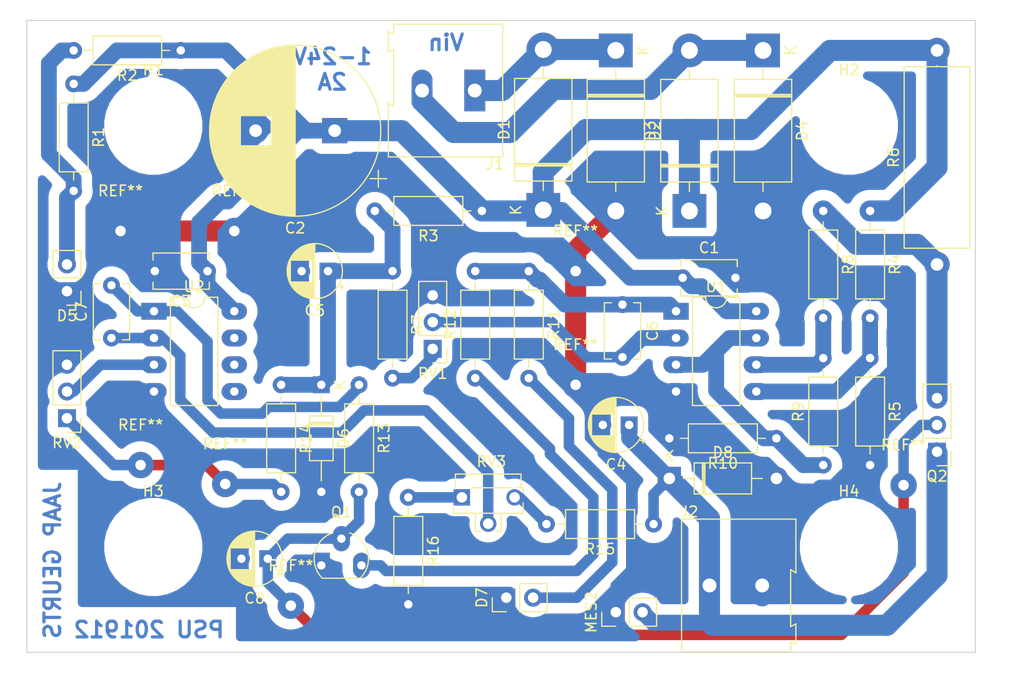
<source format=kicad_pcb>
(kicad_pcb (version 20171130) (host pcbnew 5.1.5-5.1.5)
  (layers (0 F.Cu signal) (31 B.Cu signal) (34 B.Paste user) (35 F.Paste user) (36 B.SilkS user) (37 F.SilkS user hide) (38 B.Mask user) (39 F.Mask user) (44 Edge.Cuts user))
  (net 0 "")
  (net 1 "Net-(D1-Pad2)")
  (net 2 +VDC)
  (net 3 GND)
  (net 4 "Net-(D3-Pad2)")
  (net 5 "Net-(D5-Pad2)")
  (net 6 "Net-(C5-Pad1)")
  (net 7 "Net-(D7-Pad2)")
  (net 8 "Net-(C4-Pad1)")
  (net 9 "Net-(Q1-Pad3)")
  (net 10 "Net-(R4-Pad2)")
  (net 11 "Net-(Q2-Pad3)")
  (net 12 "Net-(R7-Pad2)")
  (net 13 "Net-(R8-Pad2)")
  (net 14 "Net-(R10-Pad1)")
  (net 15 "Net-(R14-Pad2)")
  (net 16 "Net-(R15-Pad2)")
  (net 17 "Net-(R16-Pad1)")
  (net 18 "Net-(RV2-Pad2)")
  (net 19 "Net-(C6-Pad2)")
  (net 20 "Net-(C6-Pad1)")
  (net 21 "Net-(C7-Pad2)")
  (net 22 "Net-(C7-Pad1)")
  (net 23 "Net-(C8-Pad1)")
  (module Connector_Wire:SolderWirePad_1x01_Drill1mm (layer F.Cu) (at 123.825 120.015)
    (fp_text reference REF** (at 0 -3.81) (layer F.SilkS))
    (fp_text value SolderWirePad_1x01_Drill1mm)
    (pad 1 thru_hole circle (at 0 0) (size 2.49936 2.49936) (drill 1.00076) (layers *.Cu *.Mask) (net 15 "Net-(R14-Pad2)"))
  )
  (module Connector_Wire:SolderWirePad_1x01_Drill1mm (layer F.Cu) (at 115.795 118.22)
    (fp_text reference REF** (at 0 -3.81) (layer F.SilkS))
    (fp_text value SolderWirePad_1x01_Drill1mm)
    (pad 1 thru_hole circle (at 0 0) (size 2.49936 2.49936) (drill 1.00076) (layers *.Cu *.Mask) (net 15 "Net-(R14-Pad2)"))
  )
  (module Connector_Wire:SolderWirePad_1x01_Drill1mm (layer F.Cu) (at 157.07 110.6)
    (fp_text reference REF** (at 0 -3.81) (layer F.SilkS))
    (fp_text value SolderWirePad_1x01_Drill1mm)
    (pad 1 thru_hole circle (at 0 0) (size 2.49936 2.49936) (drill 1.00076) (layers *.Cu *.Mask) (net 3 GND))
  )
  (module Connector_Wire:SolderWirePad_1x01_Drill1mm (layer F.Cu) (at 157.07 99.805)
    (fp_text reference REF** (at 0 -3.81) (layer F.SilkS))
    (fp_text value SolderWirePad_1x01_Drill1mm)
    (pad 1 thru_hole circle (at 0 0) (size 2.49936 2.49936) (drill 1.00076) (layers *.Cu *.Mask) (net 3 GND))
  )
  (module Connector_Wire:SolderWirePad_1x01_Drill1mm (layer F.Cu) (at 124.685 95.995)
    (fp_text reference REF** (at 0 -3.81) (layer F.SilkS))
    (fp_text value SolderWirePad_1x01_Drill1mm)
    (pad 1 thru_hole circle (at 0 0) (size 2.49936 2.49936) (drill 1.00076) (layers *.Cu *.Mask) (net 3 GND))
  )
  (module Connector_Wire:SolderWirePad_1x01_Drill1mm (layer F.Cu) (at 113.89 95.995)
    (fp_text reference REF** (at 0 -3.81) (layer F.SilkS))
    (fp_text value SolderWirePad_1x01_Drill1mm)
    (pad 1 thru_hole circle (at 0 0) (size 2.49936 2.49936) (drill 1.00076) (layers *.Cu *.Mask) (net 3 GND))
  )
  (module Connector_Wire:SolderWirePad_1x01_Drill1mm (layer F.Cu) (at 188.185 120.125)
    (fp_text reference REF** (at 0 -3.81) (layer F.SilkS))
    (fp_text value SolderWirePad_1x01_Drill1mm)
    (pad 1 thru_hole circle (at 0 0) (size 2.49936 2.49936) (drill 1.00076) (layers *.Cu *.Mask) (net 23 "Net-(C8-Pad1)"))
  )
  (module Connector_Wire:SolderWirePad_1x01_Drill1mm (layer F.Cu) (at 130.048 131.572)
    (fp_text reference REF** (at 0 -3.81) (layer F.SilkS))
    (fp_text value SolderWirePad_1x01_Drill1mm)
    (pad 1 thru_hole circle (at 0 0) (size 2.49936 2.49936) (drill 1.00076) (layers *.Cu *.Mask) (net 23 "Net-(C8-Pad1)"))
  )
  (module Diode_THT:D_DO-41_SOD81_P10.16mm_Horizontal (layer F.Cu) (at 165.96 119.49)
    (fp_text reference D8 (at 5.08 -2.47) (layer F.SilkS))
    (fp_text value 1N4001)
    (fp_text user K (at 0 -2.1) (layer F.SilkS))
    (pad 2 thru_hole oval (at 10.16 0) (size 2.2 2.2) (drill 1.1) (layers *.Cu *.Mask) (net 3 GND))
    (pad 1 thru_hole rect (at 0 0) (size 2.2 2.2) (drill 1.1) (layers *.Cu *.Mask) (net 8 "Net-(C4-Pad1)"))
  )
  (module Resistor_THT:R_Axial_DIN0207_L6.3mm_D2.5mm_P10.16mm_Horizontal (layer F.Cu) (at 141.195 121.285 270)
    (fp_text reference R16 (at 5.08 -2.37 90) (layer F.SilkS))
    (fp_text value 3k3)
    (pad 2 thru_hole oval (at 10.16 0 270) (size 1.6 1.6) (drill 0.8) (layers *.Cu *.Mask) (net 3 GND))
    (pad 1 thru_hole circle (at 0 0 270) (size 1.6 1.6) (drill 0.8) (layers *.Cu *.Mask) (net 17 "Net-(R16-Pad1)"))
  )
  (module Connector_PinHeader_2.54mm:PinHeader_1x03_P2.54mm_Vertical (layer F.Cu) (at 191.36 116.95 180)
    (fp_text reference Q2 (at 0 -2.33) (layer F.SilkS))
    (fp_text value TIP142)
    (pad 3 thru_hole oval (at 0 5.08 180) (size 1.7 1.7) (drill 1) (layers *.Cu *.Mask) (net 11 "Net-(Q2-Pad3)"))
    (pad 2 thru_hole oval (at 0 2.54 180) (size 1.7 1.7) (drill 1) (layers *.Cu *.Mask) (net 23 "Net-(C8-Pad1)"))
    (pad 1 thru_hole rect (at 0 0 180) (size 1.7 1.7) (drill 1) (layers *.Cu *.Mask) (net 8 "Net-(C4-Pad1)"))
  )
  (module Connector_PinHeader_2.54mm:PinHeader_1x02_P2.54mm_Vertical (layer F.Cu) (at 160.88 132.19 90)
    (fp_text reference MES2 (at 0 -2.33 90) (layer F.SilkS))
    (fp_text value Voltmeter_DC)
    (pad 2 thru_hole oval (at 0 2.54 90) (size 1.7 1.7) (drill 1) (layers *.Cu *.Mask) (net 8 "Net-(C4-Pad1)"))
    (pad 1 thru_hole rect (at 0 0 90) (size 1.7 1.7) (drill 1) (layers *.Cu *.Mask) (net 3 GND))
  )
  (module Connector_PinHeader_2.54mm:PinHeader_1x02_P2.54mm_Vertical (layer F.Cu) (at 150.495 130.81 90)
    (fp_text reference D7 (at 0 -2.33 90) (layer F.SilkS))
    (fp_text value "Red LED")
    (pad 2 thru_hole oval (at 0 2.54 90) (size 1.7 1.7) (drill 1) (layers *.Cu *.Mask) (net 7 "Net-(D7-Pad2)"))
    (pad 1 thru_hole rect (at 0 0 90) (size 1.7 1.7) (drill 1) (layers *.Cu *.Mask) (net 3 GND))
  )
  (module Connector_PinHeader_2.54mm:PinHeader_1x02_P2.54mm_Vertical (layer F.Cu) (at 108.81 101.71 180)
    (fp_text reference D5 (at 0 -2.33) (layer F.SilkS))
    (fp_text value "Green LED")
    (pad 2 thru_hole oval (at 0 2.54 180) (size 1.7 1.7) (drill 1) (layers *.Cu *.Mask) (net 5 "Net-(D5-Pad2)"))
    (pad 1 thru_hole rect (at 0 0 180) (size 1.7 1.7) (drill 1) (layers *.Cu *.Mask) (net 3 GND))
  )
  (module MountingHole:MountingHole_4.3mm_M4 (layer F.Cu) (at 183 126)
    (fp_text reference H4 (at 0 -5.3) (layer F.SilkS))
    (fp_text value MountingHole)
    (pad "" np_thru_hole circle (at 0 0) (size 4.3 4.3) (drill 4.3) (layers *.Cu *.Mask) (clearance 2.5))
  )
  (module MountingHole:MountingHole_4.3mm_M4 (layer F.Cu) (at 117 126)
    (fp_text reference H3 (at 0 -5.3) (layer F.SilkS))
    (fp_text value MountingHole)
    (pad "" np_thru_hole circle (at 0 0) (size 4.3 4.3) (drill 4.3) (layers *.Cu *.Mask) (clearance 2.5))
  )
  (module MountingHole:MountingHole_4.3mm_M4 (layer F.Cu) (at 183 86)
    (fp_text reference H2 (at 0 -5.3) (layer F.SilkS))
    (fp_text value MountingHole)
    (pad 1 np_thru_hole circle (at 0 0) (size 4.3 4.3) (drill 4.3) (layers *.Cu *.Mask))
  )
  (module MountingHole:MountingHole_4.3mm_M4 (layer F.Cu) (at 117 86)
    (fp_text reference H1 (at 0 -5.3) (layer F.SilkS))
    (fp_text value MountingHole)
    (pad "" np_thru_hole circle (at 0 0) (size 4.3 4.3) (drill 4.3) (layers *.Cu *.Mask) (clearance 2.5))
  )
  (module Package_DIP:DIP-8_W7.62mm_LongPads (layer F.Cu) (at 117.065 103.615)
    (fp_text reference U2 (at 3.81 -2.33) (layer F.SilkS))
    (fp_text value LM358)
    (pad 8 thru_hole oval (at 7.62 0) (size 2.4 1.6) (drill 0.8) (layers *.Cu *.Mask) (net 2 +VDC))
    (pad 4 thru_hole oval (at 0 7.62) (size 2.4 1.6) (drill 0.8) (layers *.Cu *.Mask) (net 3 GND))
    (pad 7 thru_hole oval (at 7.62 2.54) (size 2.4 1.6) (drill 0.8) (layers *.Cu *.Mask))
    (pad 3 thru_hole oval (at 0 5.08) (size 2.4 1.6) (drill 0.8) (layers *.Cu *.Mask) (net 18 "Net-(RV2-Pad2)"))
    (pad 6 thru_hole oval (at 7.62 5.08) (size 2.4 1.6) (drill 0.8) (layers *.Cu *.Mask))
    (pad 2 thru_hole oval (at 0 2.54) (size 2.4 1.6) (drill 0.8) (layers *.Cu *.Mask) (net 22 "Net-(C7-Pad1)"))
    (pad 5 thru_hole oval (at 7.62 7.62) (size 2.4 1.6) (drill 0.8) (layers *.Cu *.Mask))
    (pad 1 thru_hole rect (at 0 0) (size 2.4 1.6) (drill 0.8) (layers *.Cu *.Mask) (net 21 "Net-(C7-Pad2)"))
  )
  (module Package_DIP:DIP-8_W7.62mm_LongPads (layer F.Cu) (at 166.595 103.615)
    (fp_text reference U1 (at 3.81 -2.33) (layer F.SilkS))
    (fp_text value LM358)
    (pad 8 thru_hole oval (at 7.62 0) (size 2.4 1.6) (drill 0.8) (layers *.Cu *.Mask) (net 2 +VDC))
    (pad 4 thru_hole oval (at 0 7.62) (size 2.4 1.6) (drill 0.8) (layers *.Cu *.Mask) (net 3 GND))
    (pad 7 thru_hole oval (at 7.62 2.54) (size 2.4 1.6) (drill 0.8) (layers *.Cu *.Mask) (net 14 "Net-(R10-Pad1)"))
    (pad 3 thru_hole oval (at 0 5.08) (size 2.4 1.6) (drill 0.8) (layers *.Cu *.Mask) (net 14 "Net-(R10-Pad1)"))
    (pad 6 thru_hole oval (at 7.62 5.08) (size 2.4 1.6) (drill 0.8) (layers *.Cu *.Mask) (net 13 "Net-(R8-Pad2)"))
    (pad 2 thru_hole oval (at 0 2.54) (size 2.4 1.6) (drill 0.8) (layers *.Cu *.Mask) (net 19 "Net-(C6-Pad2)"))
    (pad 5 thru_hole oval (at 7.62 7.62) (size 2.4 1.6) (drill 0.8) (layers *.Cu *.Mask) (net 10 "Net-(R4-Pad2)"))
    (pad 1 thru_hole rect (at 0 0) (size 2.4 1.6) (drill 0.8) (layers *.Cu *.Mask) (net 20 "Net-(C6-Pad1)"))
  )
  (module Potentiometer_THT:Potentiometer_Runtron_RM-063_Horizontal (layer F.Cu) (at 146.275 121.285)
    (fp_text reference RV3 (at 2.8 -3.4) (layer F.SilkS))
    (fp_text value 2k)
    (pad 3 thru_hole circle (at 5 0) (size 1.55 1.55) (drill 1) (layers *.Cu *.Mask) (net 16 "Net-(R15-Pad2)"))
    (pad 1 thru_hole rect (at 0 0) (size 1.55 1.55) (drill 1) (layers *.Cu *.Mask) (net 17 "Net-(R16-Pad1)"))
    (pad 2 thru_hole circle (at 2.5 2.5) (size 1.55 1.55) (drill 1) (layers *.Cu *.Mask) (net 22 "Net-(C7-Pad1)"))
  )
  (module Connector_PinHeader_2.54mm:PinHeader_1x03_P2.54mm_Vertical (layer F.Cu) (at 108.81 113.775 180)
    (fp_text reference RV2 (at 0 -2.33) (layer F.SilkS))
    (fp_text value 10k)
    (pad 3 thru_hole oval (at 0 5.08 180) (size 1.7 1.7) (drill 1) (layers *.Cu *.Mask) (net 3 GND))
    (pad 2 thru_hole oval (at 0 2.54 180) (size 1.7 1.7) (drill 1) (layers *.Cu *.Mask) (net 18 "Net-(RV2-Pad2)"))
    (pad 1 thru_hole rect (at 0 0 180) (size 1.7 1.7) (drill 1) (layers *.Cu *.Mask) (net 15 "Net-(R14-Pad2)"))
  )
  (module Connector_PinHeader_2.54mm:PinHeader_1x03_P2.54mm_Vertical (layer F.Cu) (at 143.51 107.188 180)
    (fp_text reference RV1 (at 0 -2.33) (layer F.SilkS))
    (fp_text value 5k)
    (pad 3 thru_hole oval (at 0 5.08 180) (size 1.7 1.7) (drill 1) (layers *.Cu *.Mask) (net 3 GND))
    (pad 2 thru_hole oval (at 0 2.54 180) (size 1.7 1.7) (drill 1) (layers *.Cu *.Mask) (net 19 "Net-(C6-Pad2)"))
    (pad 1 thru_hole rect (at 0 0 180) (size 1.7 1.7) (drill 1) (layers *.Cu *.Mask) (net 12 "Net-(R7-Pad2)"))
  )
  (module Capacitor_THT:CP_Radial_D5.0mm_P2.50mm (layer F.Cu) (at 127.86 127.11 180)
    (fp_text reference C8 (at 1.25 -3.75) (layer F.SilkS))
    (fp_text value 4.7uF)
    (pad 2 thru_hole circle (at 2.5 0 180) (size 1.6 1.6) (drill 0.8) (layers *.Cu *.Mask) (net 3 GND))
    (pad 1 thru_hole rect (at 0 0 180) (size 1.6 1.6) (drill 0.8) (layers *.Cu *.Mask) (net 23 "Net-(C8-Pad1)"))
  )
  (module Capacitor_THT:C_Disc_D5.1mm_W3.2mm_P5.00mm (layer F.Cu) (at 113.03 106.155 90)
    (fp_text reference C7 (at 2.5 -2.85 90) (layer F.SilkS))
    (fp_text value 22p)
    (pad 2 thru_hole circle (at 5 0 90) (size 1.6 1.6) (drill 0.8) (layers *.Cu *.Mask) (net 21 "Net-(C7-Pad2)"))
    (pad 1 thru_hole circle (at 0 0 90) (size 1.6 1.6) (drill 0.8) (layers *.Cu *.Mask) (net 22 "Net-(C7-Pad1)"))
  )
  (module Capacitor_THT:C_Disc_D5.1mm_W3.2mm_P5.00mm (layer F.Cu) (at 161.515 102.98 270)
    (fp_text reference C6 (at 2.5 -2.85 90) (layer F.SilkS))
    (fp_text value 22p)
    (pad 2 thru_hole circle (at 5 0 270) (size 1.6 1.6) (drill 0.8) (layers *.Cu *.Mask) (net 19 "Net-(C6-Pad2)"))
    (pad 1 thru_hole circle (at 0 0 270) (size 1.6 1.6) (drill 0.8) (layers *.Cu *.Mask) (net 20 "Net-(C6-Pad1)"))
  )
  (module Capacitor_THT:CP_Radial_D5.0mm_P2.50mm (layer F.Cu) (at 133.575 99.805 180)
    (fp_text reference C5 (at 1.25 -3.75) (layer F.SilkS))
    (fp_text value 10uF)
    (pad 2 thru_hole circle (at 2.5 0 180) (size 1.6 1.6) (drill 0.8) (layers *.Cu *.Mask) (net 3 GND))
    (pad 1 thru_hole rect (at 0 0 180) (size 1.6 1.6) (drill 0.8) (layers *.Cu *.Mask) (net 6 "Net-(C5-Pad1)"))
  )
  (module Capacitor_THT:CP_Radial_D5.0mm_P2.50mm (layer F.Cu) (at 162.15 114.41 180)
    (fp_text reference C4 (at 1.25 -3.75) (layer F.SilkS))
    (fp_text value 1uF)
    (pad 2 thru_hole circle (at 2.5 0 180) (size 1.6 1.6) (drill 0.8) (layers *.Cu *.Mask) (net 3 GND))
    (pad 1 thru_hole rect (at 0 0 180) (size 1.6 1.6) (drill 0.8) (layers *.Cu *.Mask) (net 8 "Net-(C4-Pad1)"))
  )
  (module Capacitor_THT:C_Disc_D5.1mm_W3.2mm_P5.00mm (layer F.Cu) (at 122.145 99.805 180)
    (fp_text reference C3 (at 2.5 -2.85) (layer F.SilkS))
    (fp_text value 100n)
    (pad 2 thru_hole circle (at 5 0 180) (size 1.6 1.6) (drill 0.8) (layers *.Cu *.Mask) (net 3 GND))
    (pad 1 thru_hole circle (at 0 0 180) (size 1.6 1.6) (drill 0.8) (layers *.Cu *.Mask) (net 2 +VDC))
  )
  (module Capacitor_THT:CP_Radial_D16.0mm_P7.50mm (layer F.Cu) (at 134.21 86.47 180)
    (fp_text reference C2 (at 3.75 -9.25) (layer F.SilkS))
    (fp_text value 4700uF)
    (pad 2 thru_hole circle (at 7.5 0 180) (size 2.4 2.4) (drill 1.2) (layers *.Cu *.Mask) (net 3 GND))
    (pad 1 thru_hole rect (at 0 0 180) (size 2.4 2.4) (drill 1.2) (layers *.Cu *.Mask) (net 2 +VDC))
  )
  (module Capacitor_THT:C_Disc_D5.1mm_W3.2mm_P5.00mm (layer F.Cu) (at 167.23 100.44)
    (fp_text reference C1 (at 2.5 -2.85) (layer F.SilkS))
    (fp_text value 100n)
    (pad 2 thru_hole circle (at 5 0) (size 1.6 1.6) (drill 0.8) (layers *.Cu *.Mask) (net 3 GND))
    (pad 1 thru_hole circle (at 0 0) (size 1.6 1.6) (drill 0.8) (layers *.Cu *.Mask) (net 2 +VDC))
  )
  (module Resistor_THT:R_Axial_DIN0207_L6.3mm_D2.5mm_P10.16mm_Horizontal (layer F.Cu) (at 164.465 123.825 180)
    (fp_text reference R15 (at 5.08 -2.37) (layer F.SilkS))
    (fp_text value 33k)
    (pad 2 thru_hole oval (at 10.16 0 180) (size 1.6 1.6) (drill 0.8) (layers *.Cu *.Mask) (net 16 "Net-(R15-Pad2)"))
    (pad 1 thru_hole circle (at 0 0 180) (size 1.6 1.6) (drill 0.8) (layers *.Cu *.Mask) (net 8 "Net-(C4-Pad1)"))
  )
  (module Resistor_THT:R_Axial_DIN0207_L6.3mm_D2.5mm_P10.16mm_Horizontal (layer F.Cu) (at 129.13 110.6 270)
    (fp_text reference R14 (at 5.08 -2.37 90) (layer F.SilkS))
    (fp_text value 1k8)
    (pad 2 thru_hole oval (at 10.16 0 270) (size 1.6 1.6) (drill 0.8) (layers *.Cu *.Mask) (net 15 "Net-(R14-Pad2)"))
    (pad 1 thru_hole circle (at 0 0 270) (size 1.6 1.6) (drill 0.8) (layers *.Cu *.Mask) (net 6 "Net-(C5-Pad1)"))
  )
  (module Resistor_THT:R_Axial_DIN0207_L6.3mm_D2.5mm_P10.16mm_Horizontal (layer F.Cu) (at 136.525 110.6 270)
    (fp_text reference R13 (at 5.08 -2.37 90) (layer F.SilkS))
    (fp_text value 1k)
    (pad 2 thru_hole oval (at 10.16 0 270) (size 1.6 1.6) (drill 0.8) (layers *.Cu *.Mask) (net 23 "Net-(C8-Pad1)"))
    (pad 1 thru_hole circle (at 0 0 270) (size 1.6 1.6) (drill 0.8) (layers *.Cu *.Mask) (net 21 "Net-(C7-Pad2)"))
  )
  (module Resistor_THT:R_Axial_DIN0207_L6.3mm_D2.5mm_P10.16mm_Horizontal (layer F.Cu) (at 147.545 109.965 90)
    (fp_text reference R12 (at 5.08 -2.37 90) (layer F.SilkS))
    (fp_text value 10k)
    (pad 2 thru_hole oval (at 10.16 0 90) (size 1.6 1.6) (drill 0.8) (layers *.Cu *.Mask) (net 20 "Net-(C6-Pad1)"))
    (pad 1 thru_hole circle (at 0 0 90) (size 1.6 1.6) (drill 0.8) (layers *.Cu *.Mask) (net 9 "Net-(Q1-Pad3)"))
  )
  (module Resistor_THT:R_Axial_DIN0207_L6.3mm_D2.5mm_P10.16mm_Horizontal (layer F.Cu) (at 152.625 99.805 270)
    (fp_text reference R11 (at 5.08 -2.37 90) (layer F.SilkS))
    (fp_text value 1k)
    (pad 2 thru_hole oval (at 10.16 0 270) (size 1.6 1.6) (drill 0.8) (layers *.Cu *.Mask) (net 7 "Net-(D7-Pad2)"))
    (pad 1 thru_hole circle (at 0 0 270) (size 1.6 1.6) (drill 0.8) (layers *.Cu *.Mask) (net 20 "Net-(C6-Pad1)"))
  )
  (module Resistor_THT:R_Axial_DIN0207_L6.3mm_D2.5mm_P10.16mm_Horizontal (layer F.Cu) (at 176.12 115.68 180)
    (fp_text reference R10 (at 5.08 -2.37) (layer F.SilkS))
    (fp_text value 100)
    (pad 2 thru_hole oval (at 10.16 0 180) (size 1.6 1.6) (drill 0.8) (layers *.Cu *.Mask) (net 3 GND))
    (pad 1 thru_hole circle (at 0 0 180) (size 1.6 1.6) (drill 0.8) (layers *.Cu *.Mask) (net 14 "Net-(R10-Pad1)"))
  )
  (module Resistor_THT:R_Axial_DIN0207_L6.3mm_D2.5mm_P10.16mm_Horizontal (layer F.Cu) (at 180.565 118.22 90)
    (fp_text reference R9 (at 5.08 -2.37 90) (layer F.SilkS))
    (fp_text value 68k)
    (pad 2 thru_hole oval (at 10.16 0 90) (size 1.6 1.6) (drill 0.8) (layers *.Cu *.Mask) (net 13 "Net-(R8-Pad2)"))
    (pad 1 thru_hole circle (at 0 0 90) (size 1.6 1.6) (drill 0.8) (layers *.Cu *.Mask) (net 14 "Net-(R10-Pad1)"))
  )
  (module Resistor_THT:R_Axial_DIN0207_L6.3mm_D2.5mm_P10.16mm_Horizontal (layer F.Cu) (at 180.565 94.09 270)
    (fp_text reference R8 (at 5.08 -2.37 90) (layer F.SilkS))
    (fp_text value 10k)
    (pad 2 thru_hole oval (at 10.16 0 270) (size 1.6 1.6) (drill 0.8) (layers *.Cu *.Mask) (net 13 "Net-(R8-Pad2)"))
    (pad 1 thru_hole circle (at 0 0 270) (size 1.6 1.6) (drill 0.8) (layers *.Cu *.Mask) (net 11 "Net-(Q2-Pad3)"))
  )
  (module Resistor_THT:R_Axial_DIN0207_L6.3mm_D2.5mm_P10.16mm_Horizontal (layer F.Cu) (at 139.7 99.805 270)
    (fp_text reference R7 (at 5.08 -2.37 90) (layer F.SilkS))
    (fp_text value 1k)
    (pad 2 thru_hole oval (at 10.16 0 270) (size 1.6 1.6) (drill 0.8) (layers *.Cu *.Mask) (net 12 "Net-(R7-Pad2)"))
    (pad 1 thru_hole circle (at 0 0 270) (size 1.6 1.6) (drill 0.8) (layers *.Cu *.Mask) (net 6 "Net-(C5-Pad1)"))
  )
  (module Resistor_THT:R_Axial_DIN0617_L17.0mm_D6.0mm_P20.32mm_Horizontal (layer F.Cu) (at 191.36 99.17 90)
    (fp_text reference R6 (at 10.16 -4.12 90) (layer F.SilkS))
    (fp_text value 0R15)
    (pad 2 thru_hole oval (at 20.32 0 90) (size 2.4 2.4) (drill 1.2) (layers *.Cu *.Mask) (net 2 +VDC))
    (pad 1 thru_hole circle (at 0 0 90) (size 2.4 2.4) (drill 1.2) (layers *.Cu *.Mask) (net 11 "Net-(Q2-Pad3)"))
  )
  (module Resistor_THT:R_Axial_DIN0207_L6.3mm_D2.5mm_P10.16mm_Horizontal (layer F.Cu) (at 185.01 108.06 270)
    (fp_text reference R5 (at 5.08 -2.37 90) (layer F.SilkS))
    (fp_text value 68k)
    (pad 2 thru_hole oval (at 10.16 0 270) (size 1.6 1.6) (drill 0.8) (layers *.Cu *.Mask) (net 3 GND))
    (pad 1 thru_hole circle (at 0 0 270) (size 1.6 1.6) (drill 0.8) (layers *.Cu *.Mask) (net 10 "Net-(R4-Pad2)"))
  )
  (module Resistor_THT:R_Axial_DIN0207_L6.3mm_D2.5mm_P10.16mm_Horizontal (layer F.Cu) (at 185.01 94.09 270)
    (fp_text reference R4 (at 5.08 -2.37 90) (layer F.SilkS))
    (fp_text value 10k)
    (pad 2 thru_hole oval (at 10.16 0 270) (size 1.6 1.6) (drill 0.8) (layers *.Cu *.Mask) (net 10 "Net-(R4-Pad2)"))
    (pad 1 thru_hole circle (at 0 0 270) (size 1.6 1.6) (drill 0.8) (layers *.Cu *.Mask) (net 2 +VDC))
  )
  (module Resistor_THT:R_Axial_DIN0207_L6.3mm_D2.5mm_P10.16mm_Horizontal (layer F.Cu) (at 148.18 94.09 180)
    (fp_text reference R3 (at 5.08 -2.37) (layer F.SilkS))
    (fp_text value 3k3)
    (pad 2 thru_hole oval (at 10.16 0 180) (size 1.6 1.6) (drill 0.8) (layers *.Cu *.Mask) (net 6 "Net-(C5-Pad1)"))
    (pad 1 thru_hole circle (at 0 0 180) (size 1.6 1.6) (drill 0.8) (layers *.Cu *.Mask) (net 2 +VDC))
  )
  (module Resistor_THT:R_Axial_DIN0207_L6.3mm_D2.5mm_P10.16mm_Horizontal (layer F.Cu) (at 119.605 78.85 180)
    (fp_text reference R2 (at 5.08 -2.37) (layer F.SilkS))
    (fp_text value 2k7)
    (pad 2 thru_hole oval (at 10.16 0 180) (size 1.6 1.6) (drill 0.8) (layers *.Cu *.Mask) (net 5 "Net-(D5-Pad2)"))
    (pad 1 thru_hole circle (at 0 0 180) (size 1.6 1.6) (drill 0.8) (layers *.Cu *.Mask) (net 2 +VDC))
  )
  (module Resistor_THT:R_Axial_DIN0207_L6.3mm_D2.5mm_P10.16mm_Horizontal (layer F.Cu) (at 109.445 82.025 270)
    (fp_text reference R1 (at 5.08 -2.37 90) (layer F.SilkS))
    (fp_text value 2k7)
    (pad 2 thru_hole oval (at 10.16 0 270) (size 1.6 1.6) (drill 0.8) (layers *.Cu *.Mask) (net 5 "Net-(D5-Pad2)"))
    (pad 1 thru_hole circle (at 0 0 270) (size 1.6 1.6) (drill 0.8) (layers *.Cu *.Mask) (net 2 +VDC))
  )
  (module Personal:TO-92_HandSolder_LongPads (layer F.Cu) (at 133.575 127.11)
    (fp_text reference Q1 (at 1.27 -4.4) (layer F.SilkS))
    (fp_text value 2N3904)
    (pad 1 thru_hole rect (at -0.635 0.635 90) (size 2.4 1.6) (drill 0.8) (layers *.Cu *.Mask) (net 3 GND))
    (pad 3 thru_hole oval (at 3.175 0.635 90) (size 2.4 1.6) (drill 0.8) (layers *.Cu *.Mask) (net 9 "Net-(Q1-Pad3)"))
    (pad 2 thru_hole oval (at 1.27 -1.905 90) (size 2.4 1.6) (drill 0.8) (layers *.Cu *.Mask) (net 23 "Net-(C8-Pad1)"))
  )
  (module TerminalBlock:TerminalBlock_Altech_AK300-2_P5.00mm (layer F.Cu) (at 169.77 129.65)
    (fp_text reference J2 (at -1.92 -6.99) (layer F.SilkS))
    (fp_text value "Vout 1-16v DC")
    (pad 2 thru_hole oval (at 5 0) (size 1.98 3.96) (drill 1.32) (layers *.Cu *.Mask) (net 3 GND))
    (pad 1 thru_hole rect (at 0 0) (size 1.98 3.96) (drill 1.32) (layers *.Cu *.Mask) (net 8 "Net-(C4-Pad1)"))
  )
  (module TerminalBlock:TerminalBlock_Altech_AK300-2_P5.00mm (layer F.Cu) (at 147.5 82.66 180)
    (fp_text reference J1 (at -1.92 -6.99) (layer F.SilkS))
    (fp_text value "Vin 16-24v AC")
    (pad 2 thru_hole oval (at 5 0 180) (size 1.98 3.96) (drill 1.32) (layers *.Cu *.Mask) (net 4 "Net-(D3-Pad2)"))
    (pad 1 thru_hole rect (at 0 0 180) (size 1.98 3.96) (drill 1.32) (layers *.Cu *.Mask) (net 1 "Net-(D1-Pad2)"))
  )
  (module Diode_THT:D_DO-35_SOD27_P10.16mm_Horizontal (layer F.Cu) (at 132.94 110.6 270)
    (fp_text reference D6 (at 5.08 -2.12 90) (layer F.SilkS))
    (fp_text value 2v4)
    (fp_text user K (at 0 -1.8 90) (layer F.SilkS))
    (pad 2 thru_hole oval (at 10.16 0 270) (size 1.6 1.6) (drill 0.8) (layers *.Cu *.Mask) (net 3 GND))
    (pad 1 thru_hole rect (at 0 0 270) (size 1.6 1.6) (drill 0.8) (layers *.Cu *.Mask) (net 6 "Net-(C5-Pad1)"))
  )
  (module Diode_THT:D_DO-201AD_P15.24mm_Horizontal (layer F.Cu) (at 174.85 78.85 270)
    (fp_text reference D4 (at 7.62 -3.72 90) (layer F.SilkS))
    (fp_text value 1N5401)
    (fp_text user K (at 0 -2.6 90) (layer F.SilkS))
    (pad 2 thru_hole oval (at 15.24 0 270) (size 3.2 3.2) (drill 1.6) (layers *.Cu *.Mask) (net 3 GND))
    (pad 1 thru_hole rect (at 0 0 270) (size 3.2 3.2) (drill 1.6) (layers *.Cu *.Mask) (net 4 "Net-(D3-Pad2)"))
  )
  (module Diode_THT:D_DO-201AD_P15.24mm_Horizontal (layer F.Cu) (at 167.865 94.09 90)
    (fp_text reference D3 (at 7.62 -3.72 90) (layer F.SilkS))
    (fp_text value 1N5401)
    (fp_text user K (at 0 -2.6 90) (layer F.SilkS))
    (pad 2 thru_hole oval (at 15.24 0 90) (size 3.2 3.2) (drill 1.6) (layers *.Cu *.Mask) (net 4 "Net-(D3-Pad2)"))
    (pad 1 thru_hole rect (at 0 0 90) (size 3.2 3.2) (drill 1.6) (layers *.Cu *.Mask) (net 2 +VDC))
  )
  (module Diode_THT:D_DO-201AD_P15.24mm_Horizontal (layer F.Cu) (at 160.88 78.85 270)
    (fp_text reference D2 (at 7.62 -3.72 90) (layer F.SilkS))
    (fp_text value 1N5401)
    (fp_text user K (at 0 -2.6 90) (layer F.SilkS))
    (pad 2 thru_hole oval (at 15.24 0 270) (size 3.2 3.2) (drill 1.6) (layers *.Cu *.Mask) (net 3 GND))
    (pad 1 thru_hole rect (at 0 0 270) (size 3.2 3.2) (drill 1.6) (layers *.Cu *.Mask) (net 1 "Net-(D1-Pad2)"))
  )
  (module Diode_THT:D_DO-201AD_P15.24mm_Horizontal (layer F.Cu) (at 154 94 90)
    (fp_text reference D1 (at 7.62 -3.72 90) (layer F.SilkS))
    (fp_text value 1N5401)
    (fp_text user K (at 0 -2.6 90) (layer F.SilkS))
    (pad 2 thru_hole oval (at 15.24 0 90) (size 3.2 3.2) (drill 1.6) (layers *.Cu *.Mask) (net 1 "Net-(D1-Pad2)"))
    (pad 1 thru_hole rect (at 0 0 90) (size 3.2 3.2) (drill 1.6) (layers *.Cu *.Mask) (net 2 +VDC))
  )
  (gr_text Vin (at 144.78 78.105) (layer B.Cu) (effects (font (size 1.5 1.5) (thickness 0.3)) (justify mirror)))
  (gr_text "1-24V\n2A" (at 133.985 80.645) (layer B.Cu) (effects (font (size 1.5 1.5) (thickness 0.3)) (justify mirror)))
  (gr_text "JAAP GEURTS" (at 107.442 127.254 90) (layer B.Cu) (effects (font (size 1.5 1.5) (thickness 0.3)) (justify mirror)))
  (gr_text "PSU 201912" (at 116.586 133.858) (layer B.Cu) (effects (font (size 1.5 1.5) (thickness 0.3)) (justify mirror)))
  (gr_line (start 195 76) (end 195 136) (layer Edge.Cuts) (width 0.1))
  (gr_line (start 105 76) (end 195 76) (layer Edge.Cuts) (width 0.1))
  (gr_line (start 105 136) (end 105 76) (layer Edge.Cuts) (width 0.1))
  (gr_line (start 195 136) (end 105 136) (layer Edge.Cuts) (width 0.1))
  (segment (start 150.1 82.66) (end 154 78.76) (width 2) (layer B.Cu) (net 1))
  (segment (start 147.5 82.66) (end 150.1 82.66) (width 2) (layer B.Cu) (net 1))
  (segment (start 160.79 78.76) (end 160.88 78.85) (width 2) (layer B.Cu) (net 1))
  (segment (start 154 78.76) (end 160.79 78.76) (width 2) (layer B.Cu) (net 1))
  (segment (start 134.21 86.47) (end 131.51 86.47) (width 1.5) (layer B.Cu) (net 2))
  (segment (start 140.56 86.47) (end 148.18 94.09) (width 2) (layer B.Cu) (net 2))
  (segment (start 134.21 86.47) (end 140.56 86.47) (width 2) (layer B.Cu) (net 2))
  (segment (start 153.91 94.09) (end 154 94) (width 1.5) (layer B.Cu) (net 2))
  (segment (start 148.18 94.09) (end 153.91 94.09) (width 2) (layer B.Cu) (net 2))
  (segment (start 168.029999 101.239999) (end 167.23 100.44) (width 1.5) (layer B.Cu) (net 2))
  (segment (start 169.010001 101.239999) (end 168.029999 101.239999) (width 1.5) (layer B.Cu) (net 2))
  (segment (start 171.385002 103.615) (end 169.010001 101.239999) (width 1.5) (layer B.Cu) (net 2))
  (segment (start 174.215 103.615) (end 171.385002 103.615) (width 1.5) (layer B.Cu) (net 2))
  (segment (start 155.787704 94) (end 154 94) (width 1.5) (layer B.Cu) (net 2))
  (segment (start 162.227704 100.44) (end 155.787704 94) (width 1.5) (layer B.Cu) (net 2))
  (segment (start 167.23 100.44) (end 162.227704 100.44) (width 1.5) (layer B.Cu) (net 2))
  (segment (start 123.89 78.85) (end 131.51 86.47) (width 1.5) (layer B.Cu) (net 2))
  (segment (start 119.605 78.85) (end 123.89 78.85) (width 1.5) (layer B.Cu) (net 2))
  (segment (start 121.345001 99.005001) (end 122.145 99.805) (width 1.5) (layer B.Cu) (net 2))
  (segment (start 121.345001 95.19147) (end 121.345001 99.005001) (width 1.5) (layer B.Cu) (net 2))
  (segment (start 123.341152 93.195319) (end 121.345001 95.19147) (width 1.5) (layer B.Cu) (net 2))
  (segment (start 124.054683 93.195319) (end 123.341152 93.195319) (width 1.5) (layer B.Cu) (net 2))
  (segment (start 130.780002 86.47) (end 124.054683 93.195319) (width 1.5) (layer B.Cu) (net 2))
  (segment (start 131.51 86.47) (end 130.780002 86.47) (width 1.5) (layer B.Cu) (net 2))
  (segment (start 122.145 101.075) (end 124.685 103.615) (width 1.5) (layer B.Cu) (net 2))
  (segment (start 122.145 99.805) (end 122.145 101.075) (width 1.5) (layer B.Cu) (net 2))
  (segment (start 113.555 78.85) (end 118.47363 78.85) (width 1.5) (layer B.Cu) (net 2))
  (segment (start 118.47363 78.85) (end 119.605 78.85) (width 1.5) (layer B.Cu) (net 2))
  (segment (start 109.445 82.025) (end 110.38 82.025) (width 1.5) (layer B.Cu) (net 2))
  (segment (start 110.38 82.025) (end 113.555 78.85) (width 1.5) (layer B.Cu) (net 2))
  (segment (start 191.36 89.945) (end 191.36 78.85) (width 2) (layer B.Cu) (net 2))
  (segment (start 185.01 94.09) (end 187.215 94.09) (width 2) (layer B.Cu) (net 2))
  (segment (start 187.215 94.09) (end 191.36 89.945) (width 2) (layer B.Cu) (net 2))
  (segment (start 173.69 86.36) (end 181.2 78.85) (width 2) (layer B.Cu) (net 2))
  (segment (start 154 94) (end 154 90.4) (width 2) (layer B.Cu) (net 2))
  (segment (start 154 90.4) (end 158.04 86.36) (width 2) (layer B.Cu) (net 2))
  (segment (start 189.662944 78.85) (end 191.36 78.85) (width 2) (layer B.Cu) (net 2))
  (segment (start 181.2 78.85) (end 189.662944 78.85) (width 2) (layer B.Cu) (net 2))
  (segment (start 167.865 86.585) (end 167.865 94.09) (width 2) (layer B.Cu) (net 2))
  (segment (start 167.64 86.36) (end 167.865 86.585) (width 2) (layer B.Cu) (net 2))
  (segment (start 167.64 86.36) (end 173.69 86.36) (width 2) (layer B.Cu) (net 2))
  (segment (start 158.04 86.36) (end 167.64 86.36) (width 2) (layer B.Cu) (net 2))
  (segment (start 157.07 99.805) (end 157.07 110.6) (width 2) (layer F.Cu) (net 3))
  (segment (start 162.479999 95.689999) (end 160.88 94.09) (width 2) (layer B.Cu) (net 3))
  (segment (start 164.280001 97.490001) (end 162.479999 95.689999) (width 2) (layer B.Cu) (net 3))
  (segment (start 173.71274 97.490001) (end 164.280001 97.490001) (width 2) (layer B.Cu) (net 3))
  (segment (start 174.85 96.352741) (end 173.71274 97.490001) (width 2) (layer B.Cu) (net 3))
  (segment (start 174.85 94.09) (end 174.85 96.352741) (width 2) (layer B.Cu) (net 3))
  (segment (start 174.77 128.46) (end 174.77 129.65) (width 2) (layer B.Cu) (net 3))
  (segment (start 185.01 111.666258) (end 185.01 118.22) (width 2) (layer B.Cu) (net 3))
  (segment (start 186.258001 110.660001) (end 186.016257 110.660001) (width 2) (layer B.Cu) (net 3))
  (segment (start 185.01 101.135001) (end 185.01 101.649999) (width 2) (layer B.Cu) (net 3))
  (segment (start 181.895001 101.135001) (end 185.01 101.135001) (width 2) (layer B.Cu) (net 3))
  (segment (start 185.01 101.649999) (end 186.258001 101.649999) (width 2) (layer B.Cu) (net 3))
  (segment (start 186.016257 110.660001) (end 185.01 111.666258) (width 2) (layer B.Cu) (net 3))
  (segment (start 174.85 94.09) (end 181.895001 101.135001) (width 2) (layer B.Cu) (net 3))
  (segment (start 186.258001 101.649999) (end 187.610001 103.001999) (width 2) (layer B.Cu) (net 3))
  (segment (start 187.610001 103.001999) (end 187.610001 105.498001) (width 2) (layer B.Cu) (net 3))
  (segment (start 187.610001 105.498001) (end 187.56001 105.547992) (width 2) (layer B.Cu) (net 3))
  (segment (start 187.56001 105.547992) (end 187.56001 106.762008) (width 2) (layer B.Cu) (net 3))
  (segment (start 187.56001 106.762008) (end 187.610001 106.811999) (width 2) (layer B.Cu) (net 3))
  (segment (start 187.610001 106.811999) (end 187.610001 109.308001) (width 2) (layer B.Cu) (net 3))
  (segment (start 187.610001 109.308001) (end 186.258001 110.660001) (width 2) (layer B.Cu) (net 3))
  (via (at 113.89 95.995) (size 1) (drill 0.4) (layers F.Cu B.Cu) (net 3))
  (via (at 124.685 95.995) (size 1) (drill 0.4) (layers F.Cu B.Cu) (net 3))
  (segment (start 113.89 95.995) (end 124.685 95.995) (width 2) (layer F.Cu) (net 3))
  (segment (start 174.77 126.17) (end 174.77 129.65) (width 2) (layer B.Cu) (net 3))
  (segment (start 178.4675 121.8375) (end 176.12 119.49) (width 2) (layer B.Cu) (net 3))
  (segment (start 179.1025 121.8375) (end 178.4675 121.8375) (width 1.5) (layer B.Cu) (net 3))
  (segment (start 179.1025 121.8375) (end 174.77 126.17) (width 2) (layer B.Cu) (net 3))
  (segment (start 159.61 114.45) (end 159.65 114.41) (width 1) (layer B.Cu) (net 3))
  (segment (start 161.384998 111.235) (end 164.395 111.235) (width 1) (layer B.Cu) (net 3))
  (segment (start 164.395 111.235) (end 166.595 111.235) (width 1) (layer B.Cu) (net 3))
  (segment (start 159.65 112.969998) (end 161.384998 111.235) (width 1) (layer B.Cu) (net 3))
  (segment (start 159.65 114.41) (end 159.65 112.969998) (width 1) (layer B.Cu) (net 3))
  (segment (start 165.96 111.87) (end 166.595 111.235) (width 1) (layer B.Cu) (net 3))
  (segment (start 165.96 115.68) (end 165.96 111.87) (width 1) (layer B.Cu) (net 3))
  (segment (start 166.595 111.235) (end 161.515 111.235) (width 1) (layer B.Cu) (net 3))
  (segment (start 160.88 110.6) (end 157.07 110.6) (width 1) (layer B.Cu) (net 3))
  (segment (start 161.515 111.235) (end 160.88 110.6) (width 1) (layer B.Cu) (net 3))
  (segment (start 179.545 121.395) (end 179.1025 121.8375) (width 2) (layer B.Cu) (net 3))
  (segment (start 180.407999 120.599999) (end 179.612998 121.395) (width 2) (layer B.Cu) (net 3))
  (segment (start 179.612998 121.395) (end 179.545 121.395) (width 2) (layer B.Cu) (net 3))
  (segment (start 181.663003 120.599999) (end 180.407999 120.599999) (width 2) (layer B.Cu) (net 3))
  (segment (start 182.773002 119.49) (end 181.663003 120.599999) (width 2) (layer B.Cu) (net 3))
  (segment (start 185.01 118.22) (end 183.74 119.49) (width 2) (layer B.Cu) (net 3))
  (segment (start 183.74 119.49) (end 182.773002 119.49) (width 2) (layer B.Cu) (net 3))
  (segment (start 157.07 97.9) (end 160.88 94.09) (width 2) (layer F.Cu) (net 3))
  (segment (start 157.07 99.805) (end 157.07 97.9) (width 2) (layer F.Cu) (net 3))
  (segment (start 159.65 113.18) (end 157.07 110.6) (width 1.5) (layer B.Cu) (net 3))
  (segment (start 159.65 114.41) (end 159.65 113.18) (width 1.5) (layer B.Cu) (net 3))
  (segment (start 162.350022 128.191176) (end 162.350022 119.793824) (width 1) (layer B.Cu) (net 3))
  (segment (start 159.65 115.54137) (end 159.65 114.41) (width 1) (layer B.Cu) (net 3))
  (segment (start 160.88 132.19) (end 160.88 129.661197) (width 1) (layer B.Cu) (net 3))
  (segment (start 159.65 117.093802) (end 159.65 115.54137) (width 1) (layer B.Cu) (net 3))
  (segment (start 162.350022 119.793824) (end 159.65 117.093802) (width 1) (layer B.Cu) (net 3))
  (segment (start 160.88 129.661197) (end 162.350022 128.191176) (width 1) (layer B.Cu) (net 3))
  (segment (start 167.865 78.85) (end 174.85 78.85) (width 2) (layer B.Cu) (net 4))
  (segment (start 142.5 83.65) (end 142.5 82.66) (width 2) (layer B.Cu) (net 4))
  (segment (start 164.165 82.55) (end 154.94 82.55) (width 2) (layer B.Cu) (net 4))
  (segment (start 154.94 82.55) (end 150.85 86.64) (width 2) (layer B.Cu) (net 4))
  (segment (start 167.865 78.85) (end 164.165 82.55) (width 2) (layer B.Cu) (net 4))
  (segment (start 150.85 86.64) (end 145.49 86.64) (width 2) (layer B.Cu) (net 4))
  (segment (start 145.49 86.64) (end 142.5 83.65) (width 2) (layer B.Cu) (net 4))
  (segment (start 108.81 92.82) (end 109.445 92.185) (width 1.5) (layer B.Cu) (net 5))
  (segment (start 108.81 99.17) (end 108.81 92.82) (width 1.5) (layer B.Cu) (net 5))
  (segment (start 108.31363 78.85) (end 109.445 78.85) (width 1.5) (layer B.Cu) (net 5))
  (segment (start 107.094999 80.068631) (end 108.31363 78.85) (width 1.5) (layer B.Cu) (net 5))
  (segment (start 107.094999 88.703629) (end 107.094999 80.068631) (width 1.5) (layer B.Cu) (net 5))
  (segment (start 109.445 91.05363) (end 107.094999 88.703629) (width 1.5) (layer B.Cu) (net 5))
  (segment (start 109.445 92.185) (end 109.445 91.05363) (width 1.5) (layer B.Cu) (net 5))
  (segment (start 132.94 110.6) (end 129.13 110.6) (width 1.5) (layer B.Cu) (net 6))
  (segment (start 133.575 109.965) (end 133.575 99.805) (width 1.5) (layer B.Cu) (net 6))
  (segment (start 132.94 110.6) (end 133.575 109.965) (width 1.5) (layer B.Cu) (net 6))
  (segment (start 139.7 99.805) (end 133.575 99.805) (width 1.5) (layer B.Cu) (net 6))
  (segment (start 139.7 95.77) (end 138.02 94.09) (width 1.5) (layer B.Cu) (net 6))
  (segment (start 139.7 99.805) (end 139.7 95.77) (width 1.5) (layer B.Cu) (net 6))
  (segment (start 156.435 116.424401) (end 160.550011 120.539412) (width 1) (layer B.Cu) (net 7))
  (segment (start 160.550011 127.445588) (end 157.185599 130.81) (width 1) (layer B.Cu) (net 7))
  (segment (start 154.237081 130.81) (end 153.035 130.81) (width 1) (layer B.Cu) (net 7))
  (segment (start 157.185599 130.81) (end 154.237081 130.81) (width 1) (layer B.Cu) (net 7))
  (segment (start 156.434999 113.774999) (end 156.435 116.424401) (width 1) (layer B.Cu) (net 7))
  (segment (start 152.625 109.965) (end 156.434999 113.774999) (width 1) (layer B.Cu) (net 7))
  (segment (start 160.550011 120.539412) (end 160.550011 127.445588) (width 1) (layer B.Cu) (net 7))
  (segment (start 169.77 123.3) (end 165.96 119.49) (width 2) (layer B.Cu) (net 8))
  (segment (start 169.77 129.65) (end 169.77 126.475) (width 2) (layer B.Cu) (net 8))
  (segment (start 169.77 133.13) (end 169.77 129.65) (width 2) (layer B.Cu) (net 8))
  (segment (start 169.82001 133.18001) (end 169.77 133.13) (width 1.5) (layer B.Cu) (net 8))
  (segment (start 169.77 125.205) (end 169.77 123.3) (width 2) (layer B.Cu) (net 8))
  (segment (start 169.77 126.475) (end 169.77 125.205) (width 2) (layer B.Cu) (net 8))
  (segment (start 164.41001 133.18001) (end 163.42 132.19) (width 1.5) (layer B.Cu) (net 8))
  (segment (start 169.82001 133.18001) (end 164.41001 133.18001) (width 1.5) (layer B.Cu) (net 8))
  (segment (start 162.15 115.68) (end 162.15 114.41) (width 1.5) (layer B.Cu) (net 8))
  (segment (start 165.96 119.49) (end 162.15 115.68) (width 1.5) (layer B.Cu) (net 8))
  (segment (start 186.60999 133.43001) (end 170.07001 133.43001) (width 2) (layer B.Cu) (net 8))
  (segment (start 191.36 117.060001) (end 191.36 128.68) (width 2) (layer B.Cu) (net 8))
  (segment (start 170.07001 133.43001) (end 169.82001 133.18001) (width 2) (layer B.Cu) (net 8))
  (segment (start 191.36 128.68) (end 186.60999 133.43001) (width 2) (layer B.Cu) (net 8))
  (segment (start 164.465 120.985) (end 165.96 119.49) (width 1) (layer B.Cu) (net 8))
  (segment (start 164.465 123.825) (end 164.465 120.985) (width 1) (layer B.Cu) (net 8))
  (segment (start 139.075 128.27) (end 138.55 127.745) (width 1) (layer B.Cu) (net 9))
  (segment (start 158.75 126.7) (end 157.18 128.27) (width 1) (layer B.Cu) (net 9))
  (segment (start 138.55 127.745) (end 136.75 127.745) (width 1) (layer B.Cu) (net 9))
  (segment (start 154.634989 116.668174) (end 154.634989 117.169989) (width 1) (layer B.Cu) (net 9))
  (segment (start 147.931815 109.965) (end 154.634989 116.668174) (width 1) (layer B.Cu) (net 9))
  (segment (start 147.545 109.965) (end 147.931815 109.965) (width 1) (layer B.Cu) (net 9))
  (segment (start 154.634989 117.169989) (end 158.75 121.285) (width 1) (layer B.Cu) (net 9))
  (segment (start 157.18 128.27) (end 139.075 128.27) (width 1) (layer B.Cu) (net 9))
  (segment (start 158.75 121.285) (end 158.75 126.7) (width 1) (layer B.Cu) (net 9))
  (segment (start 181.835 111.235) (end 174.215 111.235) (width 1.5) (layer B.Cu) (net 10))
  (segment (start 185.01 108.06) (end 181.835 111.235) (width 1.5) (layer B.Cu) (net 10))
  (segment (start 185.01 104.25) (end 185.01 108.06) (width 1.5) (layer B.Cu) (net 10))
  (segment (start 190.160001 97.970001) (end 191.36 99.17) (width 2) (layer B.Cu) (net 11))
  (segment (start 189.455 97.265) (end 190.160001 97.970001) (width 2) (layer B.Cu) (net 11))
  (segment (start 183.74 97.265) (end 189.455 97.265) (width 2) (layer B.Cu) (net 11))
  (segment (start 180.565 94.09) (end 183.74 97.265) (width 2) (layer B.Cu) (net 11))
  (segment (start 191.36 99.17) (end 191.36 111.87) (width 2) (layer B.Cu) (net 11))
  (segment (start 141.495 109.965) (end 143.51 107.95) (width 1) (layer B.Cu) (net 12))
  (segment (start 139.7 109.965) (end 141.495 109.965) (width 1) (layer B.Cu) (net 12))
  (segment (start 179.93 108.695) (end 180.565 108.06) (width 1.5) (layer B.Cu) (net 13))
  (segment (start 174.215 108.695) (end 179.93 108.695) (width 1.5) (layer B.Cu) (net 13))
  (segment (start 180.565 104.25) (end 180.565 108.06) (width 1.5) (layer B.Cu) (net 13))
  (segment (start 169.135 108.695) (end 166.595 108.695) (width 1.5) (layer B.Cu) (net 14))
  (segment (start 174.215 106.155) (end 171.675 106.155) (width 1.5) (layer B.Cu) (net 14))
  (segment (start 171.675 106.155) (end 170.405 107.425) (width 1.5) (layer B.Cu) (net 14))
  (segment (start 170.405 107.425) (end 169.135 108.695) (width 1.5) (layer B.Cu) (net 14))
  (segment (start 178.66 118.22) (end 176.12 115.68) (width 1.5) (layer B.Cu) (net 14))
  (segment (start 180.565 118.22) (end 178.66 118.22) (width 1.5) (layer B.Cu) (net 14))
  (segment (start 174.98863 115.68) (end 176.12 115.68) (width 1.5) (layer B.Cu) (net 14))
  (segment (start 174.936584 115.68) (end 174.98863 115.68) (width 1.5) (layer B.Cu) (net 14))
  (segment (start 170.405 111.148416) (end 174.936584 115.68) (width 1.5) (layer B.Cu) (net 14))
  (segment (start 170.405 107.425) (end 170.405 111.148416) (width 1.5) (layer B.Cu) (net 14))
  (segment (start 113.255 118.22) (end 108.81 113.775) (width 1) (layer B.Cu) (net 15))
  (segment (start 115.795 118.22) (end 113.255 118.22) (width 1) (layer B.Cu) (net 15))
  (segment (start 128.385 120.015) (end 129.13 120.76) (width 1) (layer B.Cu) (net 15))
  (segment (start 123.825 120.015) (end 128.385 120.015) (width 1) (layer B.Cu) (net 15))
  (segment (start 122.03 118.22) (end 123.825 120.015) (width 1) (layer F.Cu) (net 15))
  (segment (start 115.795 118.22) (end 122.03 118.22) (width 1) (layer F.Cu) (net 15))
  (segment (start 151.765 121.285) (end 154.305 123.825) (width 1) (layer B.Cu) (net 16))
  (segment (start 151.275 121.285) (end 151.765 121.285) (width 1) (layer B.Cu) (net 16))
  (segment (start 146.275 121.285) (end 141.195 121.285) (width 1) (layer B.Cu) (net 17))
  (segment (start 109.452002 111.235) (end 108.81 111.235) (width 1) (layer B.Cu) (net 18))
  (segment (start 111.992002 108.695) (end 109.452002 111.235) (width 1) (layer B.Cu) (net 18))
  (segment (start 117.065 108.695) (end 111.992002 108.695) (width 1) (layer B.Cu) (net 18))
  (segment (start 163.34 106.155) (end 161.515 107.98) (width 1.5) (layer B.Cu) (net 19))
  (segment (start 166.595 106.155) (end 163.34 106.155) (width 1.5) (layer B.Cu) (net 19))
  (segment (start 154.813 104.648) (end 158.145 107.98) (width 1) (layer B.Cu) (net 19))
  (segment (start 158.145 107.98) (end 160.38363 107.98) (width 1) (layer B.Cu) (net 19))
  (segment (start 143.51 104.648) (end 154.813 104.648) (width 1) (layer B.Cu) (net 19))
  (segment (start 160.38363 107.98) (end 161.515 107.98) (width 1) (layer B.Cu) (net 19))
  (segment (start 165.96 102.98) (end 166.595 103.615) (width 1.5) (layer B.Cu) (net 20))
  (segment (start 161.515 102.98) (end 165.96 102.98) (width 1.5) (layer B.Cu) (net 20))
  (segment (start 152.625 99.805) (end 147.545 99.805) (width 1.5) (layer B.Cu) (net 20))
  (segment (start 161.515 102.98) (end 156.044153 102.98) (width 1.5) (layer B.Cu) (net 20))
  (segment (start 153.424999 100.604999) (end 152.625 99.805) (width 1.5) (layer B.Cu) (net 20))
  (segment (start 156.044153 102.98) (end 153.669152 100.604999) (width 1.5) (layer B.Cu) (net 20))
  (segment (start 153.669152 100.604999) (end 153.424999 100.604999) (width 1.5) (layer B.Cu) (net 20))
  (segment (start 127.32999 113.33501) (end 123.415148 113.33501) (width 1) (layer B.Cu) (net 21))
  (segment (start 127.964999 112.700001) (end 127.32999 113.33501) (width 1) (layer B.Cu) (net 21))
  (segment (start 136.75 110.6) (end 134.649999 112.700001) (width 1) (layer B.Cu) (net 21))
  (segment (start 119.265 103.615) (end 117.065 103.615) (width 1) (layer B.Cu) (net 21))
  (segment (start 122.145 106.495) (end 119.265 103.615) (width 1) (layer B.Cu) (net 21))
  (segment (start 123.415148 113.33501) (end 122.145 112.064862) (width 1) (layer B.Cu) (net 21))
  (segment (start 122.145 112.064862) (end 122.145 106.495) (width 1) (layer B.Cu) (net 21))
  (segment (start 134.649999 112.700001) (end 127.964999 112.700001) (width 1) (layer B.Cu) (net 21))
  (segment (start 115.49 103.615) (end 113.03 101.155) (width 1) (layer B.Cu) (net 21))
  (segment (start 117.065 103.615) (end 115.49 103.615) (width 1) (layer B.Cu) (net 21))
  (segment (start 117.065 106.155) (end 113.03 106.155) (width 1) (layer B.Cu) (net 22))
  (segment (start 119.56501 112.03047) (end 119.56501 107.825148) (width 1) (layer B.Cu) (net 22))
  (segment (start 148.775 118.93) (end 142.875 113.03) (width 1) (layer B.Cu) (net 22))
  (segment (start 117.894862 106.155) (end 117.065 106.155) (width 1) (layer B.Cu) (net 22))
  (segment (start 136.995601 113.03) (end 134.89058 115.135021) (width 1) (layer B.Cu) (net 22))
  (segment (start 119.56501 107.825148) (end 117.894862 106.155) (width 1) (layer B.Cu) (net 22))
  (segment (start 122.66956 115.135021) (end 119.56501 112.03047) (width 1) (layer B.Cu) (net 22))
  (segment (start 148.775 123.785) (end 148.775 118.93) (width 1) (layer B.Cu) (net 22))
  (segment (start 142.875 113.03) (end 136.995601 113.03) (width 1) (layer B.Cu) (net 22))
  (segment (start 134.89058 115.135021) (end 122.66956 115.135021) (width 1) (layer B.Cu) (net 22))
  (segment (start 188.185 116.084998) (end 188.185 120.125) (width 1) (layer B.Cu) (net 23))
  (segment (start 191.36 114.41) (end 189.859998 114.41) (width 1) (layer B.Cu) (net 23))
  (segment (start 189.859998 114.41) (end 188.185 116.084998) (width 1) (layer B.Cu) (net 23))
  (segment (start 127.86 127.11) (end 129.765 125.205) (width 1) (layer B.Cu) (net 23))
  (segment (start 131.67 125.205) (end 134.845 125.205) (width 1) (layer B.Cu) (net 23))
  (segment (start 129.765 125.205) (end 131.67 125.205) (width 1) (layer B.Cu) (net 23))
  (segment (start 127.86 129.384) (end 130.048 131.572) (width 1) (layer B.Cu) (net 23))
  (segment (start 127.86 127.11) (end 127.86 129.384) (width 1) (layer B.Cu) (net 23))
  (segment (start 136.525 123.525) (end 134.845 125.205) (width 1) (layer B.Cu) (net 23))
  (segment (start 136.525 120.76) (end 136.525 123.525) (width 1) (layer B.Cu) (net 23))
  (segment (start 131.297679 132.821679) (end 130.048 131.572) (width 1) (layer F.Cu) (net 23))
  (segment (start 182.282001 134.340001) (end 132.816001 134.340001) (width 1) (layer F.Cu) (net 23))
  (segment (start 132.816001 134.340001) (end 131.297679 132.821679) (width 1) (layer F.Cu) (net 23))
  (segment (start 188.185 128.437002) (end 182.282001 134.340001) (width 1) (layer F.Cu) (net 23))
  (segment (start 188.185 120.125) (end 188.185 128.437002) (width 1) (layer F.Cu) (net 23))
  (zone (net 3) (net_name GND) (layer B.Cu) (connect_pads yes (clearance 1)) (min_thickness 0.8) (fill yes (arc_segments 32) (thermal_gap 0) (thermal_bridge_width 1) (smoothing chamfer) (radius 1))
    (polygon (pts (xy 195.17 136) (xy 104.365 136) (xy 104.365 75.675) (xy 195.17 75.675)))
  )
)
</source>
